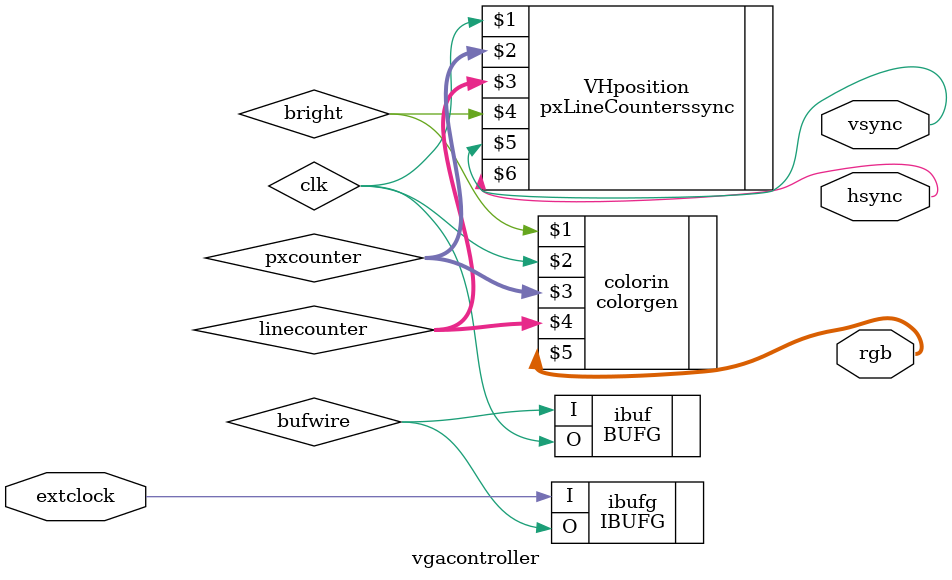
<source format=v>
`timescale 1ns / 1ps
module vgacontroller(input extclock, output hsync,vsync, output [7:0]rgb
    );
	 wire bright; //pixel on enable bit
	 wire[10:0]pxcounter,linecounter; //pixel and line counter registers, tracking position
	 
	wire bufwire,clk; //Bufwire connects the two clock buffers, clk is the outcoming buffered clock signal	
	reg [1:0]clocktimer; //3bit register used for clock throttling

	IBUFG ibufg(.I(extclock),.O(bufwire));
	BUFG ibuf(.I(bufwire),.O(clk));
	
	
	 pxLineCounterssync VHposition(clk,pxcounter,linecounter,bright,vsync,hsync);
	 colorgen colorin(bright,clk,pxcounter,linecounter,rgb);

endmodule

</source>
